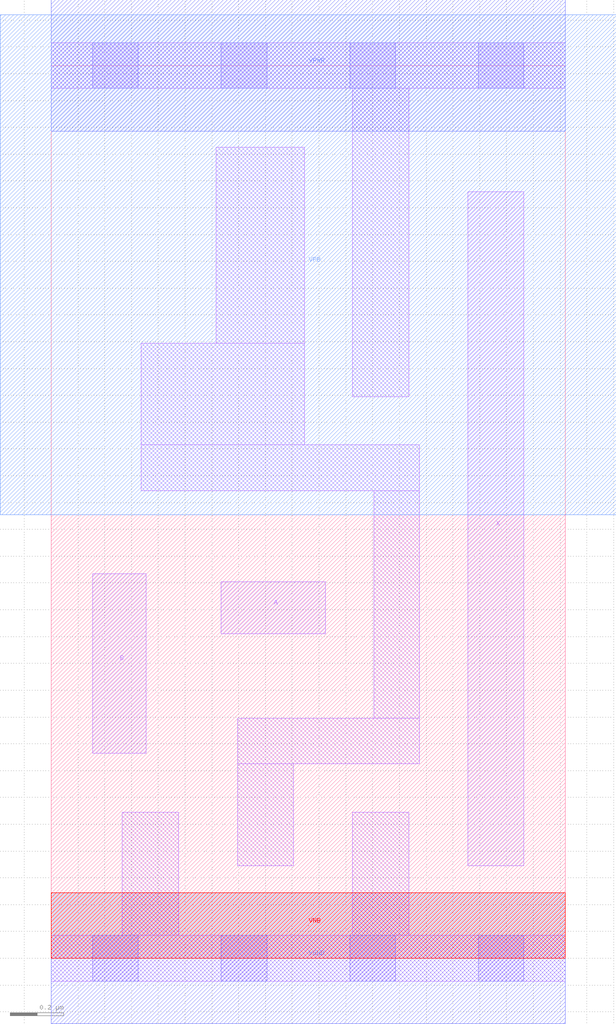
<source format=lef>
# Copyright 2020 The SkyWater PDK Authors
#
# Licensed under the Apache License, Version 2.0 (the "License");
# you may not use this file except in compliance with the License.
# You may obtain a copy of the License at
#
#     https://www.apache.org/licenses/LICENSE-2.0
#
# Unless required by applicable law or agreed to in writing, software
# distributed under the License is distributed on an "AS IS" BASIS,
# WITHOUT WARRANTIES OR CONDITIONS OF ANY KIND, either express or implied.
# See the License for the specific language governing permissions and
# limitations under the License.
#
# SPDX-License-Identifier: Apache-2.0

VERSION 5.7 ;
  NOWIREEXTENSIONATPIN ON ;
  DIVIDERCHAR "/" ;
  BUSBITCHARS "[]" ;
MACRO sky130_fd_sc_lp__or2_m
  CLASS CORE ;
  FOREIGN sky130_fd_sc_lp__or2_m ;
  ORIGIN  0.000000  0.000000 ;
  SIZE  1.920000 BY  3.330000 ;
  SYMMETRY X Y R90 ;
  SITE unit ;
  PIN A
    ANTENNAGATEAREA  0.126000 ;
    DIRECTION INPUT ;
    USE SIGNAL ;
    PORT
      LAYER li1 ;
        RECT 0.635000 1.210000 1.025000 1.405000 ;
    END
  END A
  PIN B
    ANTENNAGATEAREA  0.126000 ;
    DIRECTION INPUT ;
    USE SIGNAL ;
    PORT
      LAYER li1 ;
        RECT 0.155000 0.765000 0.355000 1.435000 ;
    END
  END B
  PIN X
    ANTENNADIFFAREA  0.222600 ;
    DIRECTION OUTPUT ;
    USE SIGNAL ;
    PORT
      LAYER li1 ;
        RECT 1.555000 0.345000 1.765000 2.860000 ;
    END
  END X
  PIN VGND
    DIRECTION INOUT ;
    USE GROUND ;
    PORT
      LAYER met1 ;
        RECT 0.000000 -0.245000 1.920000 0.245000 ;
    END
  END VGND
  PIN VNB
    DIRECTION INOUT ;
    USE GROUND ;
    PORT
      LAYER pwell ;
        RECT 0.000000 0.000000 1.920000 0.245000 ;
    END
  END VNB
  PIN VPB
    DIRECTION INOUT ;
    USE POWER ;
    PORT
      LAYER nwell ;
        RECT -0.190000 1.655000 2.110000 3.520000 ;
    END
  END VPB
  PIN VPWR
    DIRECTION INOUT ;
    USE POWER ;
    PORT
      LAYER met1 ;
        RECT 0.000000 3.085000 1.920000 3.575000 ;
    END
  END VPWR
  OBS
    LAYER li1 ;
      RECT 0.000000 -0.085000 1.920000 0.085000 ;
      RECT 0.000000  3.245000 1.920000 3.415000 ;
      RECT 0.265000  0.085000 0.475000 0.545000 ;
      RECT 0.335000  1.745000 1.375000 1.915000 ;
      RECT 0.335000  1.915000 0.945000 2.295000 ;
      RECT 0.615000  2.295000 0.945000 3.025000 ;
      RECT 0.695000  0.345000 0.905000 0.725000 ;
      RECT 0.695000  0.725000 1.375000 0.895000 ;
      RECT 1.125000  0.085000 1.335000 0.545000 ;
      RECT 1.125000  2.095000 1.335000 3.245000 ;
      RECT 1.205000  0.895000 1.375000 1.745000 ;
    LAYER mcon ;
      RECT 0.155000 -0.085000 0.325000 0.085000 ;
      RECT 0.155000  3.245000 0.325000 3.415000 ;
      RECT 0.635000 -0.085000 0.805000 0.085000 ;
      RECT 0.635000  3.245000 0.805000 3.415000 ;
      RECT 1.115000 -0.085000 1.285000 0.085000 ;
      RECT 1.115000  3.245000 1.285000 3.415000 ;
      RECT 1.595000 -0.085000 1.765000 0.085000 ;
      RECT 1.595000  3.245000 1.765000 3.415000 ;
  END
END sky130_fd_sc_lp__or2_m
END LIBRARY

</source>
